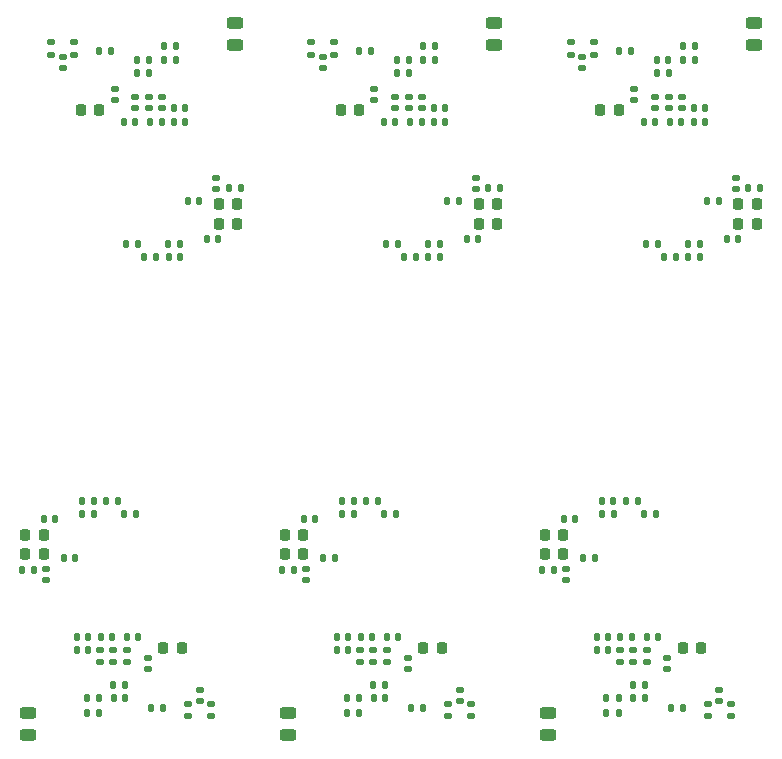
<source format=gbr>
%TF.GenerationSoftware,KiCad,Pcbnew,(7.0.0-rc2-153-g7d6218acb4)*%
%TF.CreationDate,2023-02-19T17:36:36+08:00*%
%TF.ProjectId,RAK3172-M.2-2230-Mod - panel,52414b33-3137-4322-9d4d-2e322d323233,rev?*%
%TF.SameCoordinates,Original*%
%TF.FileFunction,Paste,Bot*%
%TF.FilePolarity,Positive*%
%FSLAX46Y46*%
G04 Gerber Fmt 4.6, Leading zero omitted, Abs format (unit mm)*
G04 Created by KiCad (PCBNEW (7.0.0-rc2-153-g7d6218acb4)) date 2023-02-19 17:36:36*
%MOMM*%
%LPD*%
G01*
G04 APERTURE LIST*
G04 Aperture macros list*
%AMRoundRect*
0 Rectangle with rounded corners*
0 $1 Rounding radius*
0 $2 $3 $4 $5 $6 $7 $8 $9 X,Y pos of 4 corners*
0 Add a 4 corners polygon primitive as box body*
4,1,4,$2,$3,$4,$5,$6,$7,$8,$9,$2,$3,0*
0 Add four circle primitives for the rounded corners*
1,1,$1+$1,$2,$3*
1,1,$1+$1,$4,$5*
1,1,$1+$1,$6,$7*
1,1,$1+$1,$8,$9*
0 Add four rect primitives between the rounded corners*
20,1,$1+$1,$2,$3,$4,$5,0*
20,1,$1+$1,$4,$5,$6,$7,0*
20,1,$1+$1,$6,$7,$8,$9,0*
20,1,$1+$1,$8,$9,$2,$3,0*%
G04 Aperture macros list end*
%ADD10RoundRect,0.243750X-0.456250X0.243750X-0.456250X-0.243750X0.456250X-0.243750X0.456250X0.243750X0*%
%ADD11RoundRect,0.140000X0.140000X0.170000X-0.140000X0.170000X-0.140000X-0.170000X0.140000X-0.170000X0*%
%ADD12RoundRect,0.135000X0.185000X-0.135000X0.185000X0.135000X-0.185000X0.135000X-0.185000X-0.135000X0*%
%ADD13RoundRect,0.135000X-0.135000X-0.185000X0.135000X-0.185000X0.135000X0.185000X-0.135000X0.185000X0*%
%ADD14RoundRect,0.140000X0.170000X-0.140000X0.170000X0.140000X-0.170000X0.140000X-0.170000X-0.140000X0*%
%ADD15RoundRect,0.218750X-0.218750X-0.256250X0.218750X-0.256250X0.218750X0.256250X-0.218750X0.256250X0*%
%ADD16RoundRect,0.140000X-0.140000X-0.170000X0.140000X-0.170000X0.140000X0.170000X-0.140000X0.170000X0*%
%ADD17RoundRect,0.135000X0.135000X0.185000X-0.135000X0.185000X-0.135000X-0.185000X0.135000X-0.185000X0*%
%ADD18RoundRect,0.243750X0.456250X-0.243750X0.456250X0.243750X-0.456250X0.243750X-0.456250X-0.243750X0*%
%ADD19RoundRect,0.218750X0.218750X0.256250X-0.218750X0.256250X-0.218750X-0.256250X0.218750X-0.256250X0*%
%ADD20RoundRect,0.140000X-0.170000X0.140000X-0.170000X-0.140000X0.170000X-0.140000X0.170000X0.140000X0*%
%ADD21RoundRect,0.135000X-0.185000X0.135000X-0.185000X-0.135000X0.185000X-0.135000X0.185000X0.135000X0*%
G04 APERTURE END LIST*
D10*
%TO.C,F301*%
X201700000Y-47712500D03*
X201700000Y-45837500D03*
%TD*%
D11*
%TO.C,C209*%
X192340000Y-54175000D03*
X193300000Y-54175000D03*
%TD*%
%TO.C,C205*%
X197720000Y-60875000D03*
X198680000Y-60875000D03*
%TD*%
D12*
%TO.C,R302*%
X188150000Y-47465000D03*
X188150000Y-48485000D03*
%TD*%
D13*
%TO.C,R401*%
X194460000Y-50075000D03*
X193440000Y-50075000D03*
%TD*%
D14*
%TO.C,C212*%
X191550000Y-51415000D03*
X191550000Y-52375000D03*
%TD*%
D15*
%TO.C,L202*%
X201937500Y-62825000D03*
X200362500Y-62825000D03*
%TD*%
D12*
%TO.C,R301*%
X186200000Y-47465000D03*
X186200000Y-48485000D03*
%TD*%
D16*
%TO.C,C211*%
X197080000Y-65625000D03*
X196120000Y-65625000D03*
%TD*%
D17*
%TO.C,R204*%
X192540000Y-64525000D03*
X193560000Y-64525000D03*
%TD*%
D13*
%TO.C,R202*%
X197110000Y-64525000D03*
X196090000Y-64525000D03*
%TD*%
D16*
%TO.C,C202*%
X197530000Y-53025000D03*
X196570000Y-53025000D03*
%TD*%
D14*
%TO.C,C210*%
X193300000Y-52045000D03*
X193300000Y-53005000D03*
%TD*%
%TO.C,C301*%
X187150000Y-48695000D03*
X187150000Y-49655000D03*
%TD*%
D15*
%TO.C,L201*%
X201937500Y-61175000D03*
X200362500Y-61175000D03*
%TD*%
D13*
%TO.C,R403*%
X191260000Y-48175000D03*
X190240000Y-48175000D03*
%TD*%
%TO.C,R404*%
X196710000Y-48975000D03*
X195690000Y-48975000D03*
%TD*%
D16*
%TO.C,C208*%
X195530000Y-54175000D03*
X194570000Y-54175000D03*
%TD*%
D14*
%TO.C,C204*%
X195550000Y-52045000D03*
X195550000Y-53005000D03*
%TD*%
D13*
%TO.C,R201*%
X202210000Y-59825000D03*
X201190000Y-59825000D03*
%TD*%
D15*
%TO.C,L203*%
X190250000Y-53175000D03*
X188675000Y-53175000D03*
%TD*%
D17*
%TO.C,R402*%
X195690000Y-47725000D03*
X196710000Y-47725000D03*
%TD*%
D16*
%TO.C,C201*%
X197530000Y-54175000D03*
X196570000Y-54175000D03*
%TD*%
D14*
%TO.C,C203*%
X200150000Y-58945000D03*
X200150000Y-59905000D03*
%TD*%
D13*
%TO.C,R203*%
X195060000Y-65625000D03*
X194040000Y-65625000D03*
%TD*%
D11*
%TO.C,C206*%
X199370000Y-64125000D03*
X200330000Y-64125000D03*
%TD*%
D16*
%TO.C,C401*%
X194430000Y-48975000D03*
X193470000Y-48975000D03*
%TD*%
D14*
%TO.C,C207*%
X194450000Y-52045000D03*
X194450000Y-53005000D03*
%TD*%
D18*
%TO.C,F301*%
X184200000Y-104237500D03*
X184200000Y-106112500D03*
%TD*%
D16*
%TO.C,C209*%
X193560000Y-97775000D03*
X192600000Y-97775000D03*
%TD*%
D19*
%TO.C,L201*%
X183962500Y-90775000D03*
X185537500Y-90775000D03*
%TD*%
D16*
%TO.C,C205*%
X188180000Y-91075000D03*
X187220000Y-91075000D03*
%TD*%
D17*
%TO.C,R404*%
X189190000Y-102975000D03*
X190210000Y-102975000D03*
%TD*%
%TO.C,R201*%
X183690000Y-92125000D03*
X184710000Y-92125000D03*
%TD*%
%TO.C,R401*%
X191440000Y-101875000D03*
X192460000Y-101875000D03*
%TD*%
D20*
%TO.C,C204*%
X190350000Y-99905000D03*
X190350000Y-98945000D03*
%TD*%
%TO.C,C212*%
X194350000Y-100535000D03*
X194350000Y-99575000D03*
%TD*%
D11*
%TO.C,C208*%
X190370000Y-97775000D03*
X191330000Y-97775000D03*
%TD*%
%TO.C,C202*%
X188370000Y-98925000D03*
X189330000Y-98925000D03*
%TD*%
D21*
%TO.C,R301*%
X199700000Y-104485000D03*
X199700000Y-103465000D03*
%TD*%
D13*
%TO.C,R204*%
X193360000Y-87425000D03*
X192340000Y-87425000D03*
%TD*%
D20*
%TO.C,C210*%
X192600000Y-99905000D03*
X192600000Y-98945000D03*
%TD*%
D17*
%TO.C,R403*%
X194640000Y-103775000D03*
X195660000Y-103775000D03*
%TD*%
%TO.C,R203*%
X190840000Y-86325000D03*
X191860000Y-86325000D03*
%TD*%
D11*
%TO.C,C211*%
X188820000Y-86325000D03*
X189780000Y-86325000D03*
%TD*%
D19*
%TO.C,L202*%
X183962500Y-89125000D03*
X185537500Y-89125000D03*
%TD*%
D17*
%TO.C,R202*%
X188790000Y-87425000D03*
X189810000Y-87425000D03*
%TD*%
D16*
%TO.C,C206*%
X186530000Y-87825000D03*
X185570000Y-87825000D03*
%TD*%
D11*
%TO.C,C201*%
X188370000Y-97775000D03*
X189330000Y-97775000D03*
%TD*%
D13*
%TO.C,R402*%
X190210000Y-104225000D03*
X189190000Y-104225000D03*
%TD*%
D21*
%TO.C,R302*%
X197750000Y-104485000D03*
X197750000Y-103465000D03*
%TD*%
D19*
%TO.C,L203*%
X195650000Y-98775000D03*
X197225000Y-98775000D03*
%TD*%
D20*
%TO.C,C207*%
X191450000Y-99905000D03*
X191450000Y-98945000D03*
%TD*%
%TO.C,C301*%
X198750000Y-103255000D03*
X198750000Y-102295000D03*
%TD*%
D11*
%TO.C,C401*%
X191470000Y-102975000D03*
X192430000Y-102975000D03*
%TD*%
D20*
%TO.C,C203*%
X185750000Y-93005000D03*
X185750000Y-92045000D03*
%TD*%
D10*
%TO.C,F301*%
X157700000Y-45837500D03*
X157700000Y-47712500D03*
%TD*%
D11*
%TO.C,C209*%
X149300000Y-54175000D03*
X148340000Y-54175000D03*
%TD*%
%TO.C,C205*%
X154680000Y-60875000D03*
X153720000Y-60875000D03*
%TD*%
D12*
%TO.C,R302*%
X144150000Y-48485000D03*
X144150000Y-47465000D03*
%TD*%
D13*
%TO.C,R401*%
X149440000Y-50075000D03*
X150460000Y-50075000D03*
%TD*%
D14*
%TO.C,C212*%
X147550000Y-52375000D03*
X147550000Y-51415000D03*
%TD*%
D15*
%TO.C,L202*%
X156362500Y-62825000D03*
X157937500Y-62825000D03*
%TD*%
D12*
%TO.C,R301*%
X142200000Y-48485000D03*
X142200000Y-47465000D03*
%TD*%
D16*
%TO.C,C211*%
X152120000Y-65625000D03*
X153080000Y-65625000D03*
%TD*%
D17*
%TO.C,R204*%
X149560000Y-64525000D03*
X148540000Y-64525000D03*
%TD*%
D13*
%TO.C,R202*%
X152090000Y-64525000D03*
X153110000Y-64525000D03*
%TD*%
D16*
%TO.C,C202*%
X152570000Y-53025000D03*
X153530000Y-53025000D03*
%TD*%
D14*
%TO.C,C210*%
X149300000Y-53005000D03*
X149300000Y-52045000D03*
%TD*%
%TO.C,C301*%
X143150000Y-49655000D03*
X143150000Y-48695000D03*
%TD*%
D15*
%TO.C,L201*%
X156362500Y-61175000D03*
X157937500Y-61175000D03*
%TD*%
D13*
%TO.C,R403*%
X146240000Y-48175000D03*
X147260000Y-48175000D03*
%TD*%
%TO.C,R404*%
X151690000Y-48975000D03*
X152710000Y-48975000D03*
%TD*%
D16*
%TO.C,C208*%
X150570000Y-54175000D03*
X151530000Y-54175000D03*
%TD*%
D14*
%TO.C,C204*%
X151550000Y-53005000D03*
X151550000Y-52045000D03*
%TD*%
D13*
%TO.C,R201*%
X157190000Y-59825000D03*
X158210000Y-59825000D03*
%TD*%
D15*
%TO.C,L203*%
X144675000Y-53175000D03*
X146250000Y-53175000D03*
%TD*%
D17*
%TO.C,R402*%
X152710000Y-47725000D03*
X151690000Y-47725000D03*
%TD*%
D16*
%TO.C,C201*%
X152570000Y-54175000D03*
X153530000Y-54175000D03*
%TD*%
D14*
%TO.C,C203*%
X156150000Y-59905000D03*
X156150000Y-58945000D03*
%TD*%
D13*
%TO.C,R203*%
X150040000Y-65625000D03*
X151060000Y-65625000D03*
%TD*%
D11*
%TO.C,C206*%
X156330000Y-64125000D03*
X155370000Y-64125000D03*
%TD*%
D16*
%TO.C,C401*%
X149470000Y-48975000D03*
X150430000Y-48975000D03*
%TD*%
D14*
%TO.C,C207*%
X150450000Y-53005000D03*
X150450000Y-52045000D03*
%TD*%
D13*
%TO.C,R404*%
X174710000Y-48975000D03*
X173690000Y-48975000D03*
%TD*%
D11*
%TO.C,C209*%
X170340000Y-54175000D03*
X171300000Y-54175000D03*
%TD*%
%TO.C,C205*%
X175720000Y-60875000D03*
X176680000Y-60875000D03*
%TD*%
D10*
%TO.C,F301*%
X179700000Y-47712500D03*
X179700000Y-45837500D03*
%TD*%
D13*
%TO.C,R201*%
X180210000Y-59825000D03*
X179190000Y-59825000D03*
%TD*%
D15*
%TO.C,L201*%
X179937500Y-61175000D03*
X178362500Y-61175000D03*
%TD*%
D13*
%TO.C,R401*%
X172460000Y-50075000D03*
X171440000Y-50075000D03*
%TD*%
D14*
%TO.C,C204*%
X173550000Y-52045000D03*
X173550000Y-53005000D03*
%TD*%
D15*
%TO.C,L202*%
X179937500Y-62825000D03*
X178362500Y-62825000D03*
%TD*%
D13*
%TO.C,R403*%
X169260000Y-48175000D03*
X168240000Y-48175000D03*
%TD*%
D16*
%TO.C,C202*%
X175530000Y-53025000D03*
X174570000Y-53025000D03*
%TD*%
D12*
%TO.C,R301*%
X164200000Y-47465000D03*
X164200000Y-48485000D03*
%TD*%
D16*
%TO.C,C211*%
X175080000Y-65625000D03*
X174120000Y-65625000D03*
%TD*%
D14*
%TO.C,C210*%
X171300000Y-52045000D03*
X171300000Y-53005000D03*
%TD*%
D16*
%TO.C,C208*%
X173530000Y-54175000D03*
X172570000Y-54175000D03*
%TD*%
D17*
%TO.C,R204*%
X170540000Y-64525000D03*
X171560000Y-64525000D03*
%TD*%
D13*
%TO.C,R202*%
X175110000Y-64525000D03*
X174090000Y-64525000D03*
%TD*%
D14*
%TO.C,C212*%
X169550000Y-51415000D03*
X169550000Y-52375000D03*
%TD*%
D12*
%TO.C,R302*%
X166150000Y-47465000D03*
X166150000Y-48485000D03*
%TD*%
D14*
%TO.C,C301*%
X165150000Y-48695000D03*
X165150000Y-49655000D03*
%TD*%
D15*
%TO.C,L203*%
X168250000Y-53175000D03*
X166675000Y-53175000D03*
%TD*%
D17*
%TO.C,R402*%
X173690000Y-47725000D03*
X174710000Y-47725000D03*
%TD*%
D14*
%TO.C,C207*%
X172450000Y-52045000D03*
X172450000Y-53005000D03*
%TD*%
D13*
%TO.C,R203*%
X173060000Y-65625000D03*
X172040000Y-65625000D03*
%TD*%
D16*
%TO.C,C201*%
X175530000Y-54175000D03*
X174570000Y-54175000D03*
%TD*%
D11*
%TO.C,C206*%
X177370000Y-64125000D03*
X178330000Y-64125000D03*
%TD*%
D16*
%TO.C,C401*%
X172430000Y-48975000D03*
X171470000Y-48975000D03*
%TD*%
D14*
%TO.C,C203*%
X178150000Y-58945000D03*
X178150000Y-59905000D03*
%TD*%
D18*
%TO.C,F301*%
X162200000Y-104237500D03*
X162200000Y-106112500D03*
%TD*%
D16*
%TO.C,C209*%
X171560000Y-97775000D03*
X170600000Y-97775000D03*
%TD*%
D19*
%TO.C,L201*%
X161962500Y-90775000D03*
X163537500Y-90775000D03*
%TD*%
D17*
%TO.C,R404*%
X167190000Y-102975000D03*
X168210000Y-102975000D03*
%TD*%
%TO.C,R201*%
X161690000Y-92125000D03*
X162710000Y-92125000D03*
%TD*%
%TO.C,R401*%
X169440000Y-101875000D03*
X170460000Y-101875000D03*
%TD*%
D20*
%TO.C,C204*%
X168350000Y-99905000D03*
X168350000Y-98945000D03*
%TD*%
D16*
%TO.C,C205*%
X166180000Y-91075000D03*
X165220000Y-91075000D03*
%TD*%
D20*
%TO.C,C212*%
X172350000Y-100535000D03*
X172350000Y-99575000D03*
%TD*%
D11*
%TO.C,C208*%
X168370000Y-97775000D03*
X169330000Y-97775000D03*
%TD*%
%TO.C,C201*%
X166370000Y-97775000D03*
X167330000Y-97775000D03*
%TD*%
%TO.C,C202*%
X166370000Y-98925000D03*
X167330000Y-98925000D03*
%TD*%
D13*
%TO.C,R402*%
X168210000Y-104225000D03*
X167190000Y-104225000D03*
%TD*%
D21*
%TO.C,R301*%
X177700000Y-104485000D03*
X177700000Y-103465000D03*
%TD*%
D13*
%TO.C,R204*%
X171360000Y-87425000D03*
X170340000Y-87425000D03*
%TD*%
D20*
%TO.C,C210*%
X170600000Y-99905000D03*
X170600000Y-98945000D03*
%TD*%
%TO.C,C207*%
X169450000Y-99905000D03*
X169450000Y-98945000D03*
%TD*%
D21*
%TO.C,R302*%
X175750000Y-104485000D03*
X175750000Y-103465000D03*
%TD*%
D20*
%TO.C,C301*%
X176750000Y-103255000D03*
X176750000Y-102295000D03*
%TD*%
D11*
%TO.C,C401*%
X169470000Y-102975000D03*
X170430000Y-102975000D03*
%TD*%
D19*
%TO.C,L203*%
X173650000Y-98775000D03*
X175225000Y-98775000D03*
%TD*%
D11*
%TO.C,C211*%
X166820000Y-86325000D03*
X167780000Y-86325000D03*
%TD*%
D17*
%TO.C,R203*%
X168840000Y-86325000D03*
X169860000Y-86325000D03*
%TD*%
%TO.C,R202*%
X166790000Y-87425000D03*
X167810000Y-87425000D03*
%TD*%
%TO.C,R403*%
X172640000Y-103775000D03*
X173660000Y-103775000D03*
%TD*%
D16*
%TO.C,C206*%
X164530000Y-87825000D03*
X163570000Y-87825000D03*
%TD*%
D19*
%TO.C,L202*%
X161962500Y-89125000D03*
X163537500Y-89125000D03*
%TD*%
D20*
%TO.C,C203*%
X163750000Y-93005000D03*
X163750000Y-92045000D03*
%TD*%
D16*
%TO.C,C206*%
X141570000Y-87825000D03*
X142530000Y-87825000D03*
%TD*%
D21*
%TO.C,R302*%
X153750000Y-103465000D03*
X153750000Y-104485000D03*
%TD*%
D11*
%TO.C,C401*%
X148430000Y-102975000D03*
X147470000Y-102975000D03*
%TD*%
D17*
%TO.C,R403*%
X151660000Y-103775000D03*
X150640000Y-103775000D03*
%TD*%
%TO.C,R202*%
X145810000Y-87425000D03*
X144790000Y-87425000D03*
%TD*%
D20*
%TO.C,C203*%
X141750000Y-92045000D03*
X141750000Y-93005000D03*
%TD*%
D17*
%TO.C,R203*%
X147860000Y-86325000D03*
X146840000Y-86325000D03*
%TD*%
D20*
%TO.C,C301*%
X154750000Y-102295000D03*
X154750000Y-103255000D03*
%TD*%
D11*
%TO.C,C211*%
X145780000Y-86325000D03*
X144820000Y-86325000D03*
%TD*%
D19*
%TO.C,L203*%
X153225000Y-98775000D03*
X151650000Y-98775000D03*
%TD*%
%TO.C,L202*%
X141537500Y-89125000D03*
X139962500Y-89125000D03*
%TD*%
D20*
%TO.C,C204*%
X146350000Y-98945000D03*
X146350000Y-99905000D03*
%TD*%
D18*
%TO.C,F301*%
X140200000Y-106112500D03*
X140200000Y-104237500D03*
%TD*%
D21*
%TO.C,R301*%
X155700000Y-103465000D03*
X155700000Y-104485000D03*
%TD*%
D19*
%TO.C,L201*%
X141537500Y-90775000D03*
X139962500Y-90775000D03*
%TD*%
D13*
%TO.C,R402*%
X145190000Y-104225000D03*
X146210000Y-104225000D03*
%TD*%
D17*
%TO.C,R401*%
X148460000Y-101875000D03*
X147440000Y-101875000D03*
%TD*%
D16*
%TO.C,C205*%
X143220000Y-91075000D03*
X144180000Y-91075000D03*
%TD*%
D20*
%TO.C,C210*%
X148600000Y-98945000D03*
X148600000Y-99905000D03*
%TD*%
D17*
%TO.C,R201*%
X140710000Y-92125000D03*
X139690000Y-92125000D03*
%TD*%
%TO.C,R404*%
X146210000Y-102975000D03*
X145190000Y-102975000D03*
%TD*%
D13*
%TO.C,R204*%
X148340000Y-87425000D03*
X149360000Y-87425000D03*
%TD*%
D11*
%TO.C,C202*%
X145330000Y-98925000D03*
X144370000Y-98925000D03*
%TD*%
D16*
%TO.C,C209*%
X148600000Y-97775000D03*
X149560000Y-97775000D03*
%TD*%
D11*
%TO.C,C201*%
X145330000Y-97775000D03*
X144370000Y-97775000D03*
%TD*%
%TO.C,C208*%
X147330000Y-97775000D03*
X146370000Y-97775000D03*
%TD*%
D20*
%TO.C,C212*%
X150350000Y-99575000D03*
X150350000Y-100535000D03*
%TD*%
%TO.C,C207*%
X147450000Y-98945000D03*
X147450000Y-99905000D03*
%TD*%
M02*

</source>
